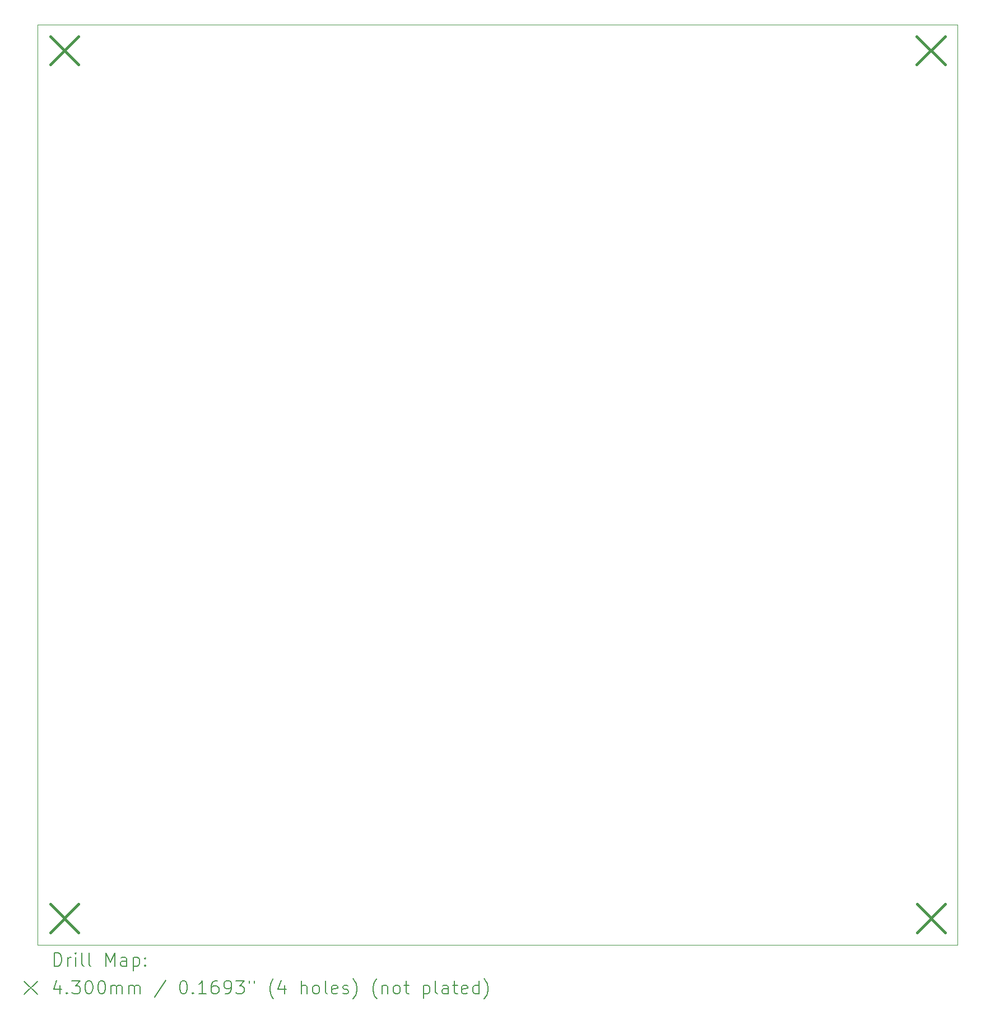
<source format=gbr>
%FSLAX45Y45*%
G04 Gerber Fmt 4.5, Leading zero omitted, Abs format (unit mm)*
G04 Created by KiCad (PCBNEW (6.0.5)) date 2022-09-02 23:19:00*
%MOMM*%
%LPD*%
G01*
G04 APERTURE LIST*
%TA.AperFunction,Profile*%
%ADD10C,0.100000*%
%TD*%
%ADD11C,0.200000*%
%ADD12C,0.430000*%
G04 APERTURE END LIST*
D10*
X8630000Y-2260000D02*
X22530000Y-2260000D01*
X22530000Y-2260000D02*
X22530000Y-16160000D01*
X22530000Y-16160000D02*
X8630000Y-16160000D01*
X8630000Y-16160000D02*
X8630000Y-2260000D01*
D11*
D12*
X8820000Y-15536000D02*
X9250000Y-15966000D01*
X9250000Y-15536000D02*
X8820000Y-15966000D01*
X8821000Y-2436000D02*
X9251000Y-2866000D01*
X9251000Y-2436000D02*
X8821000Y-2866000D01*
X21915000Y-2436000D02*
X22345000Y-2866000D01*
X22345000Y-2436000D02*
X21915000Y-2866000D01*
X21919000Y-15538000D02*
X22349000Y-15968000D01*
X22349000Y-15538000D02*
X21919000Y-15968000D01*
D11*
X8882619Y-16475476D02*
X8882619Y-16275476D01*
X8930238Y-16275476D01*
X8958810Y-16285000D01*
X8977857Y-16304048D01*
X8987381Y-16323095D01*
X8996905Y-16361190D01*
X8996905Y-16389762D01*
X8987381Y-16427857D01*
X8977857Y-16446905D01*
X8958810Y-16465952D01*
X8930238Y-16475476D01*
X8882619Y-16475476D01*
X9082619Y-16475476D02*
X9082619Y-16342143D01*
X9082619Y-16380238D02*
X9092143Y-16361190D01*
X9101667Y-16351667D01*
X9120714Y-16342143D01*
X9139762Y-16342143D01*
X9206429Y-16475476D02*
X9206429Y-16342143D01*
X9206429Y-16275476D02*
X9196905Y-16285000D01*
X9206429Y-16294524D01*
X9215952Y-16285000D01*
X9206429Y-16275476D01*
X9206429Y-16294524D01*
X9330238Y-16475476D02*
X9311190Y-16465952D01*
X9301667Y-16446905D01*
X9301667Y-16275476D01*
X9435000Y-16475476D02*
X9415952Y-16465952D01*
X9406429Y-16446905D01*
X9406429Y-16275476D01*
X9663571Y-16475476D02*
X9663571Y-16275476D01*
X9730238Y-16418333D01*
X9796905Y-16275476D01*
X9796905Y-16475476D01*
X9977857Y-16475476D02*
X9977857Y-16370714D01*
X9968333Y-16351667D01*
X9949286Y-16342143D01*
X9911190Y-16342143D01*
X9892143Y-16351667D01*
X9977857Y-16465952D02*
X9958810Y-16475476D01*
X9911190Y-16475476D01*
X9892143Y-16465952D01*
X9882619Y-16446905D01*
X9882619Y-16427857D01*
X9892143Y-16408809D01*
X9911190Y-16399286D01*
X9958810Y-16399286D01*
X9977857Y-16389762D01*
X10073095Y-16342143D02*
X10073095Y-16542143D01*
X10073095Y-16351667D02*
X10092143Y-16342143D01*
X10130238Y-16342143D01*
X10149286Y-16351667D01*
X10158810Y-16361190D01*
X10168333Y-16380238D01*
X10168333Y-16437381D01*
X10158810Y-16456428D01*
X10149286Y-16465952D01*
X10130238Y-16475476D01*
X10092143Y-16475476D01*
X10073095Y-16465952D01*
X10254048Y-16456428D02*
X10263571Y-16465952D01*
X10254048Y-16475476D01*
X10244524Y-16465952D01*
X10254048Y-16456428D01*
X10254048Y-16475476D01*
X10254048Y-16351667D02*
X10263571Y-16361190D01*
X10254048Y-16370714D01*
X10244524Y-16361190D01*
X10254048Y-16351667D01*
X10254048Y-16370714D01*
X8425000Y-16705000D02*
X8625000Y-16905000D01*
X8625000Y-16705000D02*
X8425000Y-16905000D01*
X8968333Y-16762143D02*
X8968333Y-16895476D01*
X8920714Y-16685952D02*
X8873095Y-16828810D01*
X8996905Y-16828810D01*
X9073095Y-16876429D02*
X9082619Y-16885952D01*
X9073095Y-16895476D01*
X9063571Y-16885952D01*
X9073095Y-16876429D01*
X9073095Y-16895476D01*
X9149286Y-16695476D02*
X9273095Y-16695476D01*
X9206429Y-16771667D01*
X9235000Y-16771667D01*
X9254048Y-16781190D01*
X9263571Y-16790714D01*
X9273095Y-16809762D01*
X9273095Y-16857381D01*
X9263571Y-16876429D01*
X9254048Y-16885952D01*
X9235000Y-16895476D01*
X9177857Y-16895476D01*
X9158810Y-16885952D01*
X9149286Y-16876429D01*
X9396905Y-16695476D02*
X9415952Y-16695476D01*
X9435000Y-16705000D01*
X9444524Y-16714524D01*
X9454048Y-16733571D01*
X9463571Y-16771667D01*
X9463571Y-16819286D01*
X9454048Y-16857381D01*
X9444524Y-16876429D01*
X9435000Y-16885952D01*
X9415952Y-16895476D01*
X9396905Y-16895476D01*
X9377857Y-16885952D01*
X9368333Y-16876429D01*
X9358810Y-16857381D01*
X9349286Y-16819286D01*
X9349286Y-16771667D01*
X9358810Y-16733571D01*
X9368333Y-16714524D01*
X9377857Y-16705000D01*
X9396905Y-16695476D01*
X9587381Y-16695476D02*
X9606429Y-16695476D01*
X9625476Y-16705000D01*
X9635000Y-16714524D01*
X9644524Y-16733571D01*
X9654048Y-16771667D01*
X9654048Y-16819286D01*
X9644524Y-16857381D01*
X9635000Y-16876429D01*
X9625476Y-16885952D01*
X9606429Y-16895476D01*
X9587381Y-16895476D01*
X9568333Y-16885952D01*
X9558810Y-16876429D01*
X9549286Y-16857381D01*
X9539762Y-16819286D01*
X9539762Y-16771667D01*
X9549286Y-16733571D01*
X9558810Y-16714524D01*
X9568333Y-16705000D01*
X9587381Y-16695476D01*
X9739762Y-16895476D02*
X9739762Y-16762143D01*
X9739762Y-16781190D02*
X9749286Y-16771667D01*
X9768333Y-16762143D01*
X9796905Y-16762143D01*
X9815952Y-16771667D01*
X9825476Y-16790714D01*
X9825476Y-16895476D01*
X9825476Y-16790714D02*
X9835000Y-16771667D01*
X9854048Y-16762143D01*
X9882619Y-16762143D01*
X9901667Y-16771667D01*
X9911190Y-16790714D01*
X9911190Y-16895476D01*
X10006429Y-16895476D02*
X10006429Y-16762143D01*
X10006429Y-16781190D02*
X10015952Y-16771667D01*
X10035000Y-16762143D01*
X10063571Y-16762143D01*
X10082619Y-16771667D01*
X10092143Y-16790714D01*
X10092143Y-16895476D01*
X10092143Y-16790714D02*
X10101667Y-16771667D01*
X10120714Y-16762143D01*
X10149286Y-16762143D01*
X10168333Y-16771667D01*
X10177857Y-16790714D01*
X10177857Y-16895476D01*
X10568333Y-16685952D02*
X10396905Y-16943095D01*
X10825476Y-16695476D02*
X10844524Y-16695476D01*
X10863571Y-16705000D01*
X10873095Y-16714524D01*
X10882619Y-16733571D01*
X10892143Y-16771667D01*
X10892143Y-16819286D01*
X10882619Y-16857381D01*
X10873095Y-16876429D01*
X10863571Y-16885952D01*
X10844524Y-16895476D01*
X10825476Y-16895476D01*
X10806429Y-16885952D01*
X10796905Y-16876429D01*
X10787381Y-16857381D01*
X10777857Y-16819286D01*
X10777857Y-16771667D01*
X10787381Y-16733571D01*
X10796905Y-16714524D01*
X10806429Y-16705000D01*
X10825476Y-16695476D01*
X10977857Y-16876429D02*
X10987381Y-16885952D01*
X10977857Y-16895476D01*
X10968333Y-16885952D01*
X10977857Y-16876429D01*
X10977857Y-16895476D01*
X11177857Y-16895476D02*
X11063571Y-16895476D01*
X11120714Y-16895476D02*
X11120714Y-16695476D01*
X11101667Y-16724048D01*
X11082619Y-16743095D01*
X11063571Y-16752619D01*
X11349286Y-16695476D02*
X11311190Y-16695476D01*
X11292143Y-16705000D01*
X11282619Y-16714524D01*
X11263571Y-16743095D01*
X11254048Y-16781190D01*
X11254048Y-16857381D01*
X11263571Y-16876429D01*
X11273095Y-16885952D01*
X11292143Y-16895476D01*
X11330238Y-16895476D01*
X11349286Y-16885952D01*
X11358809Y-16876429D01*
X11368333Y-16857381D01*
X11368333Y-16809762D01*
X11358809Y-16790714D01*
X11349286Y-16781190D01*
X11330238Y-16771667D01*
X11292143Y-16771667D01*
X11273095Y-16781190D01*
X11263571Y-16790714D01*
X11254048Y-16809762D01*
X11463571Y-16895476D02*
X11501667Y-16895476D01*
X11520714Y-16885952D01*
X11530238Y-16876429D01*
X11549286Y-16847857D01*
X11558809Y-16809762D01*
X11558809Y-16733571D01*
X11549286Y-16714524D01*
X11539762Y-16705000D01*
X11520714Y-16695476D01*
X11482619Y-16695476D01*
X11463571Y-16705000D01*
X11454048Y-16714524D01*
X11444524Y-16733571D01*
X11444524Y-16781190D01*
X11454048Y-16800238D01*
X11463571Y-16809762D01*
X11482619Y-16819286D01*
X11520714Y-16819286D01*
X11539762Y-16809762D01*
X11549286Y-16800238D01*
X11558809Y-16781190D01*
X11625476Y-16695476D02*
X11749286Y-16695476D01*
X11682619Y-16771667D01*
X11711190Y-16771667D01*
X11730238Y-16781190D01*
X11739762Y-16790714D01*
X11749286Y-16809762D01*
X11749286Y-16857381D01*
X11739762Y-16876429D01*
X11730238Y-16885952D01*
X11711190Y-16895476D01*
X11654048Y-16895476D01*
X11635000Y-16885952D01*
X11625476Y-16876429D01*
X11825476Y-16695476D02*
X11825476Y-16733571D01*
X11901667Y-16695476D02*
X11901667Y-16733571D01*
X12196905Y-16971667D02*
X12187381Y-16962143D01*
X12168333Y-16933571D01*
X12158809Y-16914524D01*
X12149286Y-16885952D01*
X12139762Y-16838333D01*
X12139762Y-16800238D01*
X12149286Y-16752619D01*
X12158809Y-16724048D01*
X12168333Y-16705000D01*
X12187381Y-16676428D01*
X12196905Y-16666905D01*
X12358809Y-16762143D02*
X12358809Y-16895476D01*
X12311190Y-16685952D02*
X12263571Y-16828810D01*
X12387381Y-16828810D01*
X12615952Y-16895476D02*
X12615952Y-16695476D01*
X12701667Y-16895476D02*
X12701667Y-16790714D01*
X12692143Y-16771667D01*
X12673095Y-16762143D01*
X12644524Y-16762143D01*
X12625476Y-16771667D01*
X12615952Y-16781190D01*
X12825476Y-16895476D02*
X12806428Y-16885952D01*
X12796905Y-16876429D01*
X12787381Y-16857381D01*
X12787381Y-16800238D01*
X12796905Y-16781190D01*
X12806428Y-16771667D01*
X12825476Y-16762143D01*
X12854048Y-16762143D01*
X12873095Y-16771667D01*
X12882619Y-16781190D01*
X12892143Y-16800238D01*
X12892143Y-16857381D01*
X12882619Y-16876429D01*
X12873095Y-16885952D01*
X12854048Y-16895476D01*
X12825476Y-16895476D01*
X13006428Y-16895476D02*
X12987381Y-16885952D01*
X12977857Y-16866905D01*
X12977857Y-16695476D01*
X13158809Y-16885952D02*
X13139762Y-16895476D01*
X13101667Y-16895476D01*
X13082619Y-16885952D01*
X13073095Y-16866905D01*
X13073095Y-16790714D01*
X13082619Y-16771667D01*
X13101667Y-16762143D01*
X13139762Y-16762143D01*
X13158809Y-16771667D01*
X13168333Y-16790714D01*
X13168333Y-16809762D01*
X13073095Y-16828810D01*
X13244524Y-16885952D02*
X13263571Y-16895476D01*
X13301667Y-16895476D01*
X13320714Y-16885952D01*
X13330238Y-16866905D01*
X13330238Y-16857381D01*
X13320714Y-16838333D01*
X13301667Y-16828810D01*
X13273095Y-16828810D01*
X13254048Y-16819286D01*
X13244524Y-16800238D01*
X13244524Y-16790714D01*
X13254048Y-16771667D01*
X13273095Y-16762143D01*
X13301667Y-16762143D01*
X13320714Y-16771667D01*
X13396905Y-16971667D02*
X13406428Y-16962143D01*
X13425476Y-16933571D01*
X13435000Y-16914524D01*
X13444524Y-16885952D01*
X13454048Y-16838333D01*
X13454048Y-16800238D01*
X13444524Y-16752619D01*
X13435000Y-16724048D01*
X13425476Y-16705000D01*
X13406428Y-16676428D01*
X13396905Y-16666905D01*
X13758809Y-16971667D02*
X13749286Y-16962143D01*
X13730238Y-16933571D01*
X13720714Y-16914524D01*
X13711190Y-16885952D01*
X13701667Y-16838333D01*
X13701667Y-16800238D01*
X13711190Y-16752619D01*
X13720714Y-16724048D01*
X13730238Y-16705000D01*
X13749286Y-16676428D01*
X13758809Y-16666905D01*
X13835000Y-16762143D02*
X13835000Y-16895476D01*
X13835000Y-16781190D02*
X13844524Y-16771667D01*
X13863571Y-16762143D01*
X13892143Y-16762143D01*
X13911190Y-16771667D01*
X13920714Y-16790714D01*
X13920714Y-16895476D01*
X14044524Y-16895476D02*
X14025476Y-16885952D01*
X14015952Y-16876429D01*
X14006428Y-16857381D01*
X14006428Y-16800238D01*
X14015952Y-16781190D01*
X14025476Y-16771667D01*
X14044524Y-16762143D01*
X14073095Y-16762143D01*
X14092143Y-16771667D01*
X14101667Y-16781190D01*
X14111190Y-16800238D01*
X14111190Y-16857381D01*
X14101667Y-16876429D01*
X14092143Y-16885952D01*
X14073095Y-16895476D01*
X14044524Y-16895476D01*
X14168333Y-16762143D02*
X14244524Y-16762143D01*
X14196905Y-16695476D02*
X14196905Y-16866905D01*
X14206428Y-16885952D01*
X14225476Y-16895476D01*
X14244524Y-16895476D01*
X14463571Y-16762143D02*
X14463571Y-16962143D01*
X14463571Y-16771667D02*
X14482619Y-16762143D01*
X14520714Y-16762143D01*
X14539762Y-16771667D01*
X14549286Y-16781190D01*
X14558809Y-16800238D01*
X14558809Y-16857381D01*
X14549286Y-16876429D01*
X14539762Y-16885952D01*
X14520714Y-16895476D01*
X14482619Y-16895476D01*
X14463571Y-16885952D01*
X14673095Y-16895476D02*
X14654048Y-16885952D01*
X14644524Y-16866905D01*
X14644524Y-16695476D01*
X14835000Y-16895476D02*
X14835000Y-16790714D01*
X14825476Y-16771667D01*
X14806428Y-16762143D01*
X14768333Y-16762143D01*
X14749286Y-16771667D01*
X14835000Y-16885952D02*
X14815952Y-16895476D01*
X14768333Y-16895476D01*
X14749286Y-16885952D01*
X14739762Y-16866905D01*
X14739762Y-16847857D01*
X14749286Y-16828810D01*
X14768333Y-16819286D01*
X14815952Y-16819286D01*
X14835000Y-16809762D01*
X14901667Y-16762143D02*
X14977857Y-16762143D01*
X14930238Y-16695476D02*
X14930238Y-16866905D01*
X14939762Y-16885952D01*
X14958809Y-16895476D01*
X14977857Y-16895476D01*
X15120714Y-16885952D02*
X15101667Y-16895476D01*
X15063571Y-16895476D01*
X15044524Y-16885952D01*
X15035000Y-16866905D01*
X15035000Y-16790714D01*
X15044524Y-16771667D01*
X15063571Y-16762143D01*
X15101667Y-16762143D01*
X15120714Y-16771667D01*
X15130238Y-16790714D01*
X15130238Y-16809762D01*
X15035000Y-16828810D01*
X15301667Y-16895476D02*
X15301667Y-16695476D01*
X15301667Y-16885952D02*
X15282619Y-16895476D01*
X15244524Y-16895476D01*
X15225476Y-16885952D01*
X15215952Y-16876429D01*
X15206428Y-16857381D01*
X15206428Y-16800238D01*
X15215952Y-16781190D01*
X15225476Y-16771667D01*
X15244524Y-16762143D01*
X15282619Y-16762143D01*
X15301667Y-16771667D01*
X15377857Y-16971667D02*
X15387381Y-16962143D01*
X15406428Y-16933571D01*
X15415952Y-16914524D01*
X15425476Y-16885952D01*
X15435000Y-16838333D01*
X15435000Y-16800238D01*
X15425476Y-16752619D01*
X15415952Y-16724048D01*
X15406428Y-16705000D01*
X15387381Y-16676428D01*
X15377857Y-16666905D01*
M02*

</source>
